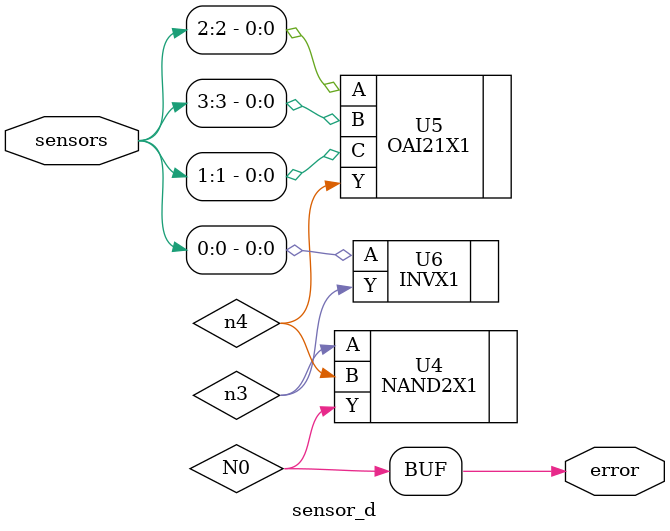
<source format=v>


module sensor_d ( sensors, error );
  input [3:0] sensors;
  output error;
  wire   N0, n3, n4;
  assign error = N0;

  NAND2X1 U4 ( .A(n3), .B(n4), .Y(N0) );
  OAI21X1 U5 ( .A(sensors[2]), .B(sensors[3]), .C(sensors[1]), .Y(n4) );
  INVX1 U6 ( .A(sensors[0]), .Y(n3) );
endmodule


</source>
